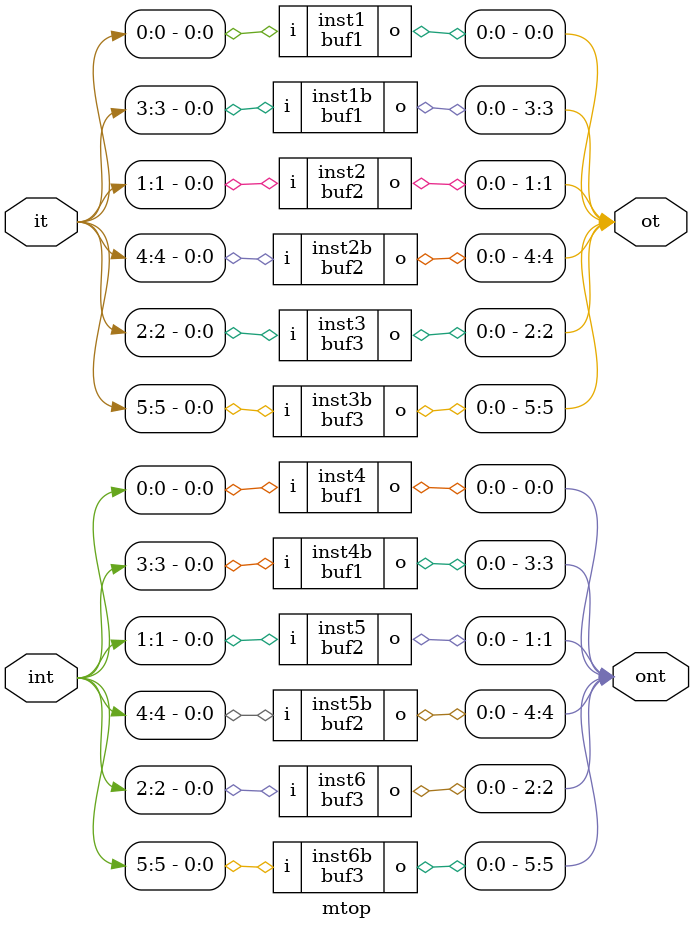
<source format=v>
module buf1(input i, output o);
  // tmrg do_not_touch
  assign o=i;
endmodule

module buf2(input i, output o);
  // tmrg default do_not_triplicate
  assign o=i;
endmodule

module buf3(input i, output o);
  // tmrg default triplicate
  assign o=i;
endmodule

module mtop(input [5:0] it,output [5:0] ot,
            input [5:0] int,output [5:0] ont);
  
  buf1 inst1(.i(it[0]),.o(ot[0])),inst1b(.i(it[3]),.o(ot[3]));
  buf2 inst2(.i(it[1]),.o(ot[1])),inst2b(.i(it[4]),.o(ot[4]));
  buf3 inst3(.i(it[2]),.o(ot[2])),inst3b(.i(it[5]),.o(ot[5]));

  // tmrg do_not_triplicate int ont
  buf1 inst4(.i(int[0]),.o(ont[0])),inst4b(.i(int[3]),.o(ont[3]));
  buf2 inst5(.i(int[1]),.o(ont[1])),inst5b(.i(int[4]),.o(ont[4]));
  buf3 inst6(.i(int[2]),.o(ont[2])),inst6b(.i(int[5]),.o(ont[5]));


endmodule

</source>
